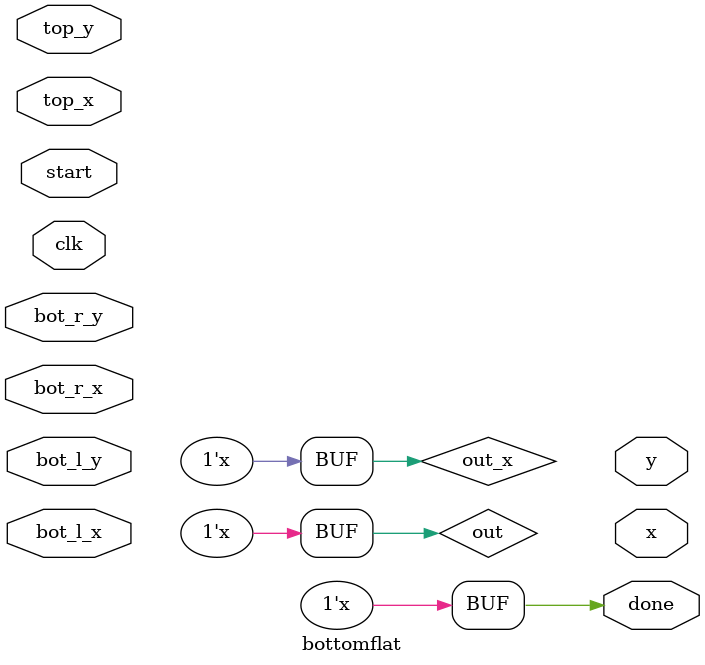
<source format=v>
`timescale 1ns / 1ps

module bottomflat(
        input [9:0] top_x,top_y,
        input [9:0] bot_l_x,bot_l_y,
        input [9:0] bot_r_x,bot_r_y,
        input clk,
        input start,
        output reg done,
        output reg  [9:0] x,y
    );
    reg out;
    reg [9:0]cur_y,l_x,r_x;
    initial
    begin
        done = 1'b1;
        out = 1'b0;
    end
    always @(clk)
    begin
        if(start&~out)
        begin
            done <= 1'b0;
            out <= 1'b1;
            
        end
        if(out)
        begin
            if(out_x==end_x)
            begin
                out=1'b0;
                done=1'b1;
            end
            else
            begin
                out_x=out_x+d;
            end            
        end
    end
endmodule

</source>
